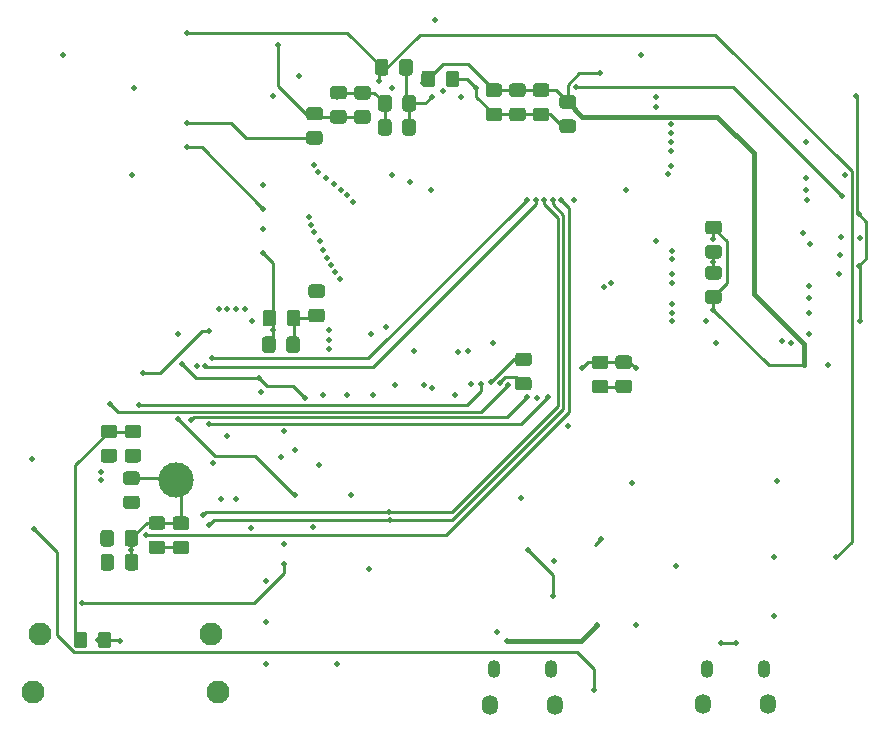
<source format=gbr>
%TF.GenerationSoftware,KiCad,Pcbnew,(5.1.6)-1*%
%TF.CreationDate,2020-12-19T20:46:54-03:30*%
%TF.ProjectId,graphics-card-rev-2,67726170-6869-4637-932d-636172642d72,rev?*%
%TF.SameCoordinates,Original*%
%TF.FileFunction,Copper,L4,Bot*%
%TF.FilePolarity,Positive*%
%FSLAX46Y46*%
G04 Gerber Fmt 4.6, Leading zero omitted, Abs format (unit mm)*
G04 Created by KiCad (PCBNEW (5.1.6)-1) date 2020-12-19 20:46:54*
%MOMM*%
%LPD*%
G01*
G04 APERTURE LIST*
%TA.AperFunction,ComponentPad*%
%ADD10O,1.350000X1.700000*%
%TD*%
%TA.AperFunction,ComponentPad*%
%ADD11O,1.100000X1.500000*%
%TD*%
%TA.AperFunction,ComponentPad*%
%ADD12C,1.950000*%
%TD*%
%TA.AperFunction,ViaPad*%
%ADD13C,0.500000*%
%TD*%
%TA.AperFunction,ViaPad*%
%ADD14C,3.000000*%
%TD*%
%TA.AperFunction,Conductor*%
%ADD15C,0.250000*%
%TD*%
%TA.AperFunction,Conductor*%
%ADD16C,0.400000*%
%TD*%
G04 APERTURE END LIST*
%TO.P,C5,1*%
%TO.N,+3V3*%
%TA.AperFunction,SMDPad,CuDef*%
G36*
G01*
X78925000Y-133450001D02*
X78925000Y-132549999D01*
G75*
G02*
X79174999Y-132300000I249999J0D01*
G01*
X79825001Y-132300000D01*
G75*
G02*
X80075000Y-132549999I0J-249999D01*
G01*
X80075000Y-133450001D01*
G75*
G02*
X79825001Y-133700000I-249999J0D01*
G01*
X79174999Y-133700000D01*
G75*
G02*
X78925000Y-133450001I0J249999D01*
G01*
G37*
%TD.AperFunction*%
%TO.P,C5,2*%
%TO.N,GND*%
%TA.AperFunction,SMDPad,CuDef*%
G36*
G01*
X80975000Y-133450001D02*
X80975000Y-132549999D01*
G75*
G02*
X81224999Y-132300000I249999J0D01*
G01*
X81875001Y-132300000D01*
G75*
G02*
X82125000Y-132549999I0J-249999D01*
G01*
X82125000Y-133450001D01*
G75*
G02*
X81875001Y-133700000I-249999J0D01*
G01*
X81224999Y-133700000D01*
G75*
G02*
X80975000Y-133450001I0J249999D01*
G01*
G37*
%TD.AperFunction*%
%TD*%
%TO.P,C6,2*%
%TO.N,GND*%
%TA.AperFunction,SMDPad,CuDef*%
G36*
G01*
X80925000Y-135700001D02*
X80925000Y-134799999D01*
G75*
G02*
X81174999Y-134550000I249999J0D01*
G01*
X81825001Y-134550000D01*
G75*
G02*
X82075000Y-134799999I0J-249999D01*
G01*
X82075000Y-135700001D01*
G75*
G02*
X81825001Y-135950000I-249999J0D01*
G01*
X81174999Y-135950000D01*
G75*
G02*
X80925000Y-135700001I0J249999D01*
G01*
G37*
%TD.AperFunction*%
%TO.P,C6,1*%
%TO.N,+3V3*%
%TA.AperFunction,SMDPad,CuDef*%
G36*
G01*
X78875000Y-135700001D02*
X78875000Y-134799999D01*
G75*
G02*
X79124999Y-134550000I249999J0D01*
G01*
X79775001Y-134550000D01*
G75*
G02*
X80025000Y-134799999I0J-249999D01*
G01*
X80025000Y-135700001D01*
G75*
G02*
X79775001Y-135950000I-249999J0D01*
G01*
X79124999Y-135950000D01*
G75*
G02*
X78875000Y-135700001I0J249999D01*
G01*
G37*
%TD.AperFunction*%
%TD*%
%TO.P,C7,1*%
%TO.N,+3V3*%
%TA.AperFunction,SMDPad,CuDef*%
G36*
G01*
X101450001Y-139125000D02*
X100549999Y-139125000D01*
G75*
G02*
X100300000Y-138875001I0J249999D01*
G01*
X100300000Y-138224999D01*
G75*
G02*
X100549999Y-137975000I249999J0D01*
G01*
X101450001Y-137975000D01*
G75*
G02*
X101700000Y-138224999I0J-249999D01*
G01*
X101700000Y-138875001D01*
G75*
G02*
X101450001Y-139125000I-249999J0D01*
G01*
G37*
%TD.AperFunction*%
%TO.P,C7,2*%
%TO.N,GND*%
%TA.AperFunction,SMDPad,CuDef*%
G36*
G01*
X101450001Y-137075000D02*
X100549999Y-137075000D01*
G75*
G02*
X100300000Y-136825001I0J249999D01*
G01*
X100300000Y-136174999D01*
G75*
G02*
X100549999Y-135925000I249999J0D01*
G01*
X101450001Y-135925000D01*
G75*
G02*
X101700000Y-136174999I0J-249999D01*
G01*
X101700000Y-136825001D01*
G75*
G02*
X101450001Y-137075000I-249999J0D01*
G01*
G37*
%TD.AperFunction*%
%TD*%
%TO.P,C12,1*%
%TO.N,+3V3*%
%TA.AperFunction,SMDPad,CuDef*%
G36*
G01*
X109049999Y-136150000D02*
X109950001Y-136150000D01*
G75*
G02*
X110200000Y-136399999I0J-249999D01*
G01*
X110200000Y-137050001D01*
G75*
G02*
X109950001Y-137300000I-249999J0D01*
G01*
X109049999Y-137300000D01*
G75*
G02*
X108800000Y-137050001I0J249999D01*
G01*
X108800000Y-136399999D01*
G75*
G02*
X109049999Y-136150000I249999J0D01*
G01*
G37*
%TD.AperFunction*%
%TO.P,C12,2*%
%TO.N,GND*%
%TA.AperFunction,SMDPad,CuDef*%
G36*
G01*
X109049999Y-138200000D02*
X109950001Y-138200000D01*
G75*
G02*
X110200000Y-138449999I0J-249999D01*
G01*
X110200000Y-139100001D01*
G75*
G02*
X109950001Y-139350000I-249999J0D01*
G01*
X109049999Y-139350000D01*
G75*
G02*
X108800000Y-139100001I0J249999D01*
G01*
X108800000Y-138449999D01*
G75*
G02*
X109049999Y-138200000I249999J0D01*
G01*
G37*
%TD.AperFunction*%
%TD*%
%TO.P,C28,2*%
%TO.N,GND*%
%TA.AperFunction,SMDPad,CuDef*%
G36*
G01*
X107049999Y-138225000D02*
X107950001Y-138225000D01*
G75*
G02*
X108200000Y-138474999I0J-249999D01*
G01*
X108200000Y-139125001D01*
G75*
G02*
X107950001Y-139375000I-249999J0D01*
G01*
X107049999Y-139375000D01*
G75*
G02*
X106800000Y-139125001I0J249999D01*
G01*
X106800000Y-138474999D01*
G75*
G02*
X107049999Y-138225000I249999J0D01*
G01*
G37*
%TD.AperFunction*%
%TO.P,C28,1*%
%TO.N,+3V3*%
%TA.AperFunction,SMDPad,CuDef*%
G36*
G01*
X107049999Y-136175000D02*
X107950001Y-136175000D01*
G75*
G02*
X108200000Y-136424999I0J-249999D01*
G01*
X108200000Y-137075001D01*
G75*
G02*
X107950001Y-137325000I-249999J0D01*
G01*
X107049999Y-137325000D01*
G75*
G02*
X106800000Y-137075001I0J249999D01*
G01*
X106800000Y-136424999D01*
G75*
G02*
X107049999Y-136175000I249999J0D01*
G01*
G37*
%TD.AperFunction*%
%TD*%
%TO.P,C31,1*%
%TO.N,+3V3*%
%TA.AperFunction,SMDPad,CuDef*%
G36*
G01*
X104299999Y-114125000D02*
X105200001Y-114125000D01*
G75*
G02*
X105450000Y-114374999I0J-249999D01*
G01*
X105450000Y-115025001D01*
G75*
G02*
X105200001Y-115275000I-249999J0D01*
G01*
X104299999Y-115275000D01*
G75*
G02*
X104050000Y-115025001I0J249999D01*
G01*
X104050000Y-114374999D01*
G75*
G02*
X104299999Y-114125000I249999J0D01*
G01*
G37*
%TD.AperFunction*%
%TO.P,C31,2*%
%TO.N,GND*%
%TA.AperFunction,SMDPad,CuDef*%
G36*
G01*
X104299999Y-116175000D02*
X105200001Y-116175000D01*
G75*
G02*
X105450000Y-116424999I0J-249999D01*
G01*
X105450000Y-117075001D01*
G75*
G02*
X105200001Y-117325000I-249999J0D01*
G01*
X104299999Y-117325000D01*
G75*
G02*
X104050000Y-117075001I0J249999D01*
G01*
X104050000Y-116424999D01*
G75*
G02*
X104299999Y-116175000I249999J0D01*
G01*
G37*
%TD.AperFunction*%
%TD*%
%TO.P,C34,1*%
%TO.N,+3V3*%
%TA.AperFunction,SMDPad,CuDef*%
G36*
G01*
X102049999Y-113125000D02*
X102950001Y-113125000D01*
G75*
G02*
X103200000Y-113374999I0J-249999D01*
G01*
X103200000Y-114025001D01*
G75*
G02*
X102950001Y-114275000I-249999J0D01*
G01*
X102049999Y-114275000D01*
G75*
G02*
X101800000Y-114025001I0J249999D01*
G01*
X101800000Y-113374999D01*
G75*
G02*
X102049999Y-113125000I249999J0D01*
G01*
G37*
%TD.AperFunction*%
%TO.P,C34,2*%
%TO.N,GND*%
%TA.AperFunction,SMDPad,CuDef*%
G36*
G01*
X102049999Y-115175000D02*
X102950001Y-115175000D01*
G75*
G02*
X103200000Y-115424999I0J-249999D01*
G01*
X103200000Y-116075001D01*
G75*
G02*
X102950001Y-116325000I-249999J0D01*
G01*
X102049999Y-116325000D01*
G75*
G02*
X101800000Y-116075001I0J249999D01*
G01*
X101800000Y-115424999D01*
G75*
G02*
X102049999Y-115175000I249999J0D01*
G01*
G37*
%TD.AperFunction*%
%TD*%
%TO.P,C35,1*%
%TO.N,+3V3*%
%TA.AperFunction,SMDPad,CuDef*%
G36*
G01*
X100049999Y-113125000D02*
X100950001Y-113125000D01*
G75*
G02*
X101200000Y-113374999I0J-249999D01*
G01*
X101200000Y-114025001D01*
G75*
G02*
X100950001Y-114275000I-249999J0D01*
G01*
X100049999Y-114275000D01*
G75*
G02*
X99800000Y-114025001I0J249999D01*
G01*
X99800000Y-113374999D01*
G75*
G02*
X100049999Y-113125000I249999J0D01*
G01*
G37*
%TD.AperFunction*%
%TO.P,C35,2*%
%TO.N,GND*%
%TA.AperFunction,SMDPad,CuDef*%
G36*
G01*
X100049999Y-115175000D02*
X100950001Y-115175000D01*
G75*
G02*
X101200000Y-115424999I0J-249999D01*
G01*
X101200000Y-116075001D01*
G75*
G02*
X100950001Y-116325000I-249999J0D01*
G01*
X100049999Y-116325000D01*
G75*
G02*
X99800000Y-116075001I0J249999D01*
G01*
X99800000Y-115424999D01*
G75*
G02*
X100049999Y-115175000I249999J0D01*
G01*
G37*
%TD.AperFunction*%
%TD*%
%TO.P,C36,1*%
%TO.N,+3V3*%
%TA.AperFunction,SMDPad,CuDef*%
G36*
G01*
X98049999Y-113125000D02*
X98950001Y-113125000D01*
G75*
G02*
X99200000Y-113374999I0J-249999D01*
G01*
X99200000Y-114025001D01*
G75*
G02*
X98950001Y-114275000I-249999J0D01*
G01*
X98049999Y-114275000D01*
G75*
G02*
X97800000Y-114025001I0J249999D01*
G01*
X97800000Y-113374999D01*
G75*
G02*
X98049999Y-113125000I249999J0D01*
G01*
G37*
%TD.AperFunction*%
%TO.P,C36,2*%
%TO.N,GND*%
%TA.AperFunction,SMDPad,CuDef*%
G36*
G01*
X98049999Y-115175000D02*
X98950001Y-115175000D01*
G75*
G02*
X99200000Y-115424999I0J-249999D01*
G01*
X99200000Y-116075001D01*
G75*
G02*
X98950001Y-116325000I-249999J0D01*
G01*
X98049999Y-116325000D01*
G75*
G02*
X97800000Y-116075001I0J249999D01*
G01*
X97800000Y-115424999D01*
G75*
G02*
X98049999Y-115175000I249999J0D01*
G01*
G37*
%TD.AperFunction*%
%TD*%
%TO.P,C37,2*%
%TO.N,GND*%
%TA.AperFunction,SMDPad,CuDef*%
G36*
G01*
X94425000Y-113200001D02*
X94425000Y-112299999D01*
G75*
G02*
X94674999Y-112050000I249999J0D01*
G01*
X95325001Y-112050000D01*
G75*
G02*
X95575000Y-112299999I0J-249999D01*
G01*
X95575000Y-113200001D01*
G75*
G02*
X95325001Y-113450000I-249999J0D01*
G01*
X94674999Y-113450000D01*
G75*
G02*
X94425000Y-113200001I0J249999D01*
G01*
G37*
%TD.AperFunction*%
%TO.P,C37,1*%
%TO.N,+3V3*%
%TA.AperFunction,SMDPad,CuDef*%
G36*
G01*
X92375000Y-113200001D02*
X92375000Y-112299999D01*
G75*
G02*
X92624999Y-112050000I249999J0D01*
G01*
X93275001Y-112050000D01*
G75*
G02*
X93525000Y-112299999I0J-249999D01*
G01*
X93525000Y-113200001D01*
G75*
G02*
X93275001Y-113450000I-249999J0D01*
G01*
X92624999Y-113450000D01*
G75*
G02*
X92375000Y-113200001I0J249999D01*
G01*
G37*
%TD.AperFunction*%
%TD*%
%TO.P,C48,2*%
%TO.N,GND*%
%TA.AperFunction,SMDPad,CuDef*%
G36*
G01*
X90747000Y-117290001D02*
X90747000Y-116389999D01*
G75*
G02*
X90996999Y-116140000I249999J0D01*
G01*
X91647001Y-116140000D01*
G75*
G02*
X91897000Y-116389999I0J-249999D01*
G01*
X91897000Y-117290001D01*
G75*
G02*
X91647001Y-117540000I-249999J0D01*
G01*
X90996999Y-117540000D01*
G75*
G02*
X90747000Y-117290001I0J249999D01*
G01*
G37*
%TD.AperFunction*%
%TO.P,C48,1*%
%TO.N,+3V3*%
%TA.AperFunction,SMDPad,CuDef*%
G36*
G01*
X88697000Y-117290001D02*
X88697000Y-116389999D01*
G75*
G02*
X88946999Y-116140000I249999J0D01*
G01*
X89597001Y-116140000D01*
G75*
G02*
X89847000Y-116389999I0J-249999D01*
G01*
X89847000Y-117290001D01*
G75*
G02*
X89597001Y-117540000I-249999J0D01*
G01*
X88946999Y-117540000D01*
G75*
G02*
X88697000Y-117290001I0J249999D01*
G01*
G37*
%TD.AperFunction*%
%TD*%
%TO.P,C49,1*%
%TO.N,+3V3*%
%TA.AperFunction,SMDPad,CuDef*%
G36*
G01*
X86925999Y-113344000D02*
X87826001Y-113344000D01*
G75*
G02*
X88076000Y-113593999I0J-249999D01*
G01*
X88076000Y-114244001D01*
G75*
G02*
X87826001Y-114494000I-249999J0D01*
G01*
X86925999Y-114494000D01*
G75*
G02*
X86676000Y-114244001I0J249999D01*
G01*
X86676000Y-113593999D01*
G75*
G02*
X86925999Y-113344000I249999J0D01*
G01*
G37*
%TD.AperFunction*%
%TO.P,C49,2*%
%TO.N,GND*%
%TA.AperFunction,SMDPad,CuDef*%
G36*
G01*
X86925999Y-115394000D02*
X87826001Y-115394000D01*
G75*
G02*
X88076000Y-115643999I0J-249999D01*
G01*
X88076000Y-116294001D01*
G75*
G02*
X87826001Y-116544000I-249999J0D01*
G01*
X86925999Y-116544000D01*
G75*
G02*
X86676000Y-116294001I0J249999D01*
G01*
X86676000Y-115643999D01*
G75*
G02*
X86925999Y-115394000I249999J0D01*
G01*
G37*
%TD.AperFunction*%
%TD*%
%TO.P,C50,2*%
%TO.N,GND*%
%TA.AperFunction,SMDPad,CuDef*%
G36*
G01*
X90756000Y-115258001D02*
X90756000Y-114357999D01*
G75*
G02*
X91005999Y-114108000I249999J0D01*
G01*
X91656001Y-114108000D01*
G75*
G02*
X91906000Y-114357999I0J-249999D01*
G01*
X91906000Y-115258001D01*
G75*
G02*
X91656001Y-115508000I-249999J0D01*
G01*
X91005999Y-115508000D01*
G75*
G02*
X90756000Y-115258001I0J249999D01*
G01*
G37*
%TD.AperFunction*%
%TO.P,C50,1*%
%TO.N,+3V3*%
%TA.AperFunction,SMDPad,CuDef*%
G36*
G01*
X88706000Y-115258001D02*
X88706000Y-114357999D01*
G75*
G02*
X88955999Y-114108000I249999J0D01*
G01*
X89606001Y-114108000D01*
G75*
G02*
X89856000Y-114357999I0J-249999D01*
G01*
X89856000Y-115258001D01*
G75*
G02*
X89606001Y-115508000I-249999J0D01*
G01*
X88955999Y-115508000D01*
G75*
G02*
X88706000Y-115258001I0J249999D01*
G01*
G37*
%TD.AperFunction*%
%TD*%
%TO.P,C51,1*%
%TO.N,+3V3*%
%TA.AperFunction,SMDPad,CuDef*%
G36*
G01*
X84893999Y-113335000D02*
X85794001Y-113335000D01*
G75*
G02*
X86044000Y-113584999I0J-249999D01*
G01*
X86044000Y-114235001D01*
G75*
G02*
X85794001Y-114485000I-249999J0D01*
G01*
X84893999Y-114485000D01*
G75*
G02*
X84644000Y-114235001I0J249999D01*
G01*
X84644000Y-113584999D01*
G75*
G02*
X84893999Y-113335000I249999J0D01*
G01*
G37*
%TD.AperFunction*%
%TO.P,C51,2*%
%TO.N,GND*%
%TA.AperFunction,SMDPad,CuDef*%
G36*
G01*
X84893999Y-115385000D02*
X85794001Y-115385000D01*
G75*
G02*
X86044000Y-115634999I0J-249999D01*
G01*
X86044000Y-116285001D01*
G75*
G02*
X85794001Y-116535000I-249999J0D01*
G01*
X84893999Y-116535000D01*
G75*
G02*
X84644000Y-116285001I0J249999D01*
G01*
X84644000Y-115634999D01*
G75*
G02*
X84893999Y-115385000I249999J0D01*
G01*
G37*
%TD.AperFunction*%
%TD*%
%TO.P,C52,1*%
%TO.N,Net-(C52-Pad1)*%
%TA.AperFunction,SMDPad,CuDef*%
G36*
G01*
X83049999Y-130150000D02*
X83950001Y-130150000D01*
G75*
G02*
X84200000Y-130399999I0J-249999D01*
G01*
X84200000Y-131050001D01*
G75*
G02*
X83950001Y-131300000I-249999J0D01*
G01*
X83049999Y-131300000D01*
G75*
G02*
X82800000Y-131050001I0J249999D01*
G01*
X82800000Y-130399999D01*
G75*
G02*
X83049999Y-130150000I249999J0D01*
G01*
G37*
%TD.AperFunction*%
%TO.P,C52,2*%
%TO.N,GND*%
%TA.AperFunction,SMDPad,CuDef*%
G36*
G01*
X83049999Y-132200000D02*
X83950001Y-132200000D01*
G75*
G02*
X84200000Y-132449999I0J-249999D01*
G01*
X84200000Y-133100001D01*
G75*
G02*
X83950001Y-133350000I-249999J0D01*
G01*
X83049999Y-133350000D01*
G75*
G02*
X82800000Y-133100001I0J249999D01*
G01*
X82800000Y-132449999D01*
G75*
G02*
X83049999Y-132200000I249999J0D01*
G01*
G37*
%TD.AperFunction*%
%TD*%
%TO.P,C17,1*%
%TO.N,+3V3*%
%TA.AperFunction,SMDPad,CuDef*%
G36*
G01*
X116643999Y-124756000D02*
X117544001Y-124756000D01*
G75*
G02*
X117794000Y-125005999I0J-249999D01*
G01*
X117794000Y-125656001D01*
G75*
G02*
X117544001Y-125906000I-249999J0D01*
G01*
X116643999Y-125906000D01*
G75*
G02*
X116394000Y-125656001I0J249999D01*
G01*
X116394000Y-125005999D01*
G75*
G02*
X116643999Y-124756000I249999J0D01*
G01*
G37*
%TD.AperFunction*%
%TO.P,C17,2*%
%TO.N,GND*%
%TA.AperFunction,SMDPad,CuDef*%
G36*
G01*
X116643999Y-126806000D02*
X117544001Y-126806000D01*
G75*
G02*
X117794000Y-127055999I0J-249999D01*
G01*
X117794000Y-127706001D01*
G75*
G02*
X117544001Y-127956000I-249999J0D01*
G01*
X116643999Y-127956000D01*
G75*
G02*
X116394000Y-127706001I0J249999D01*
G01*
X116394000Y-127055999D01*
G75*
G02*
X116643999Y-126806000I249999J0D01*
G01*
G37*
%TD.AperFunction*%
%TD*%
%TO.P,C20,2*%
%TO.N,GND*%
%TA.AperFunction,SMDPad,CuDef*%
G36*
G01*
X117544001Y-129734000D02*
X116643999Y-129734000D01*
G75*
G02*
X116394000Y-129484001I0J249999D01*
G01*
X116394000Y-128833999D01*
G75*
G02*
X116643999Y-128584000I249999J0D01*
G01*
X117544001Y-128584000D01*
G75*
G02*
X117794000Y-128833999I0J-249999D01*
G01*
X117794000Y-129484001D01*
G75*
G02*
X117544001Y-129734000I-249999J0D01*
G01*
G37*
%TD.AperFunction*%
%TO.P,C20,1*%
%TO.N,+3V3*%
%TA.AperFunction,SMDPad,CuDef*%
G36*
G01*
X117544001Y-131784000D02*
X116643999Y-131784000D01*
G75*
G02*
X116394000Y-131534001I0J249999D01*
G01*
X116394000Y-130883999D01*
G75*
G02*
X116643999Y-130634000I249999J0D01*
G01*
X117544001Y-130634000D01*
G75*
G02*
X117794000Y-130883999I0J-249999D01*
G01*
X117794000Y-131534001D01*
G75*
G02*
X117544001Y-131784000I-249999J0D01*
G01*
G37*
%TD.AperFunction*%
%TD*%
%TO.P,C46,2*%
%TO.N,GND*%
%TA.AperFunction,SMDPad,CuDef*%
G36*
G01*
X70427001Y-150934000D02*
X69526999Y-150934000D01*
G75*
G02*
X69277000Y-150684001I0J249999D01*
G01*
X69277000Y-150033999D01*
G75*
G02*
X69526999Y-149784000I249999J0D01*
G01*
X70427001Y-149784000D01*
G75*
G02*
X70677000Y-150033999I0J-249999D01*
G01*
X70677000Y-150684001D01*
G75*
G02*
X70427001Y-150934000I-249999J0D01*
G01*
G37*
%TD.AperFunction*%
%TO.P,C46,1*%
%TO.N,/AVCC_SII*%
%TA.AperFunction,SMDPad,CuDef*%
G36*
G01*
X70427001Y-152984000D02*
X69526999Y-152984000D01*
G75*
G02*
X69277000Y-152734001I0J249999D01*
G01*
X69277000Y-152083999D01*
G75*
G02*
X69526999Y-151834000I249999J0D01*
G01*
X70427001Y-151834000D01*
G75*
G02*
X70677000Y-152083999I0J-249999D01*
G01*
X70677000Y-152734001D01*
G75*
G02*
X70427001Y-152984000I-249999J0D01*
G01*
G37*
%TD.AperFunction*%
%TD*%
%TO.P,C47,1*%
%TO.N,/AVCC_SII*%
%TA.AperFunction,SMDPad,CuDef*%
G36*
G01*
X72459001Y-152993000D02*
X71558999Y-152993000D01*
G75*
G02*
X71309000Y-152743001I0J249999D01*
G01*
X71309000Y-152092999D01*
G75*
G02*
X71558999Y-151843000I249999J0D01*
G01*
X72459001Y-151843000D01*
G75*
G02*
X72709000Y-152092999I0J-249999D01*
G01*
X72709000Y-152743001D01*
G75*
G02*
X72459001Y-152993000I-249999J0D01*
G01*
G37*
%TD.AperFunction*%
%TO.P,C47,2*%
%TO.N,GND*%
%TA.AperFunction,SMDPad,CuDef*%
G36*
G01*
X72459001Y-150943000D02*
X71558999Y-150943000D01*
G75*
G02*
X71309000Y-150693001I0J249999D01*
G01*
X71309000Y-150042999D01*
G75*
G02*
X71558999Y-149793000I249999J0D01*
G01*
X72459001Y-149793000D01*
G75*
G02*
X72709000Y-150042999I0J-249999D01*
G01*
X72709000Y-150693001D01*
G75*
G02*
X72459001Y-150943000I-249999J0D01*
G01*
G37*
%TD.AperFunction*%
%TD*%
%TO.P,C55,1*%
%TO.N,+5V*%
%TA.AperFunction,SMDPad,CuDef*%
G36*
G01*
X62925000Y-160700001D02*
X62925000Y-159799999D01*
G75*
G02*
X63174999Y-159550000I249999J0D01*
G01*
X63825001Y-159550000D01*
G75*
G02*
X64075000Y-159799999I0J-249999D01*
G01*
X64075000Y-160700001D01*
G75*
G02*
X63825001Y-160950000I-249999J0D01*
G01*
X63174999Y-160950000D01*
G75*
G02*
X62925000Y-160700001I0J249999D01*
G01*
G37*
%TD.AperFunction*%
%TO.P,C55,2*%
%TO.N,GND*%
%TA.AperFunction,SMDPad,CuDef*%
G36*
G01*
X64975000Y-160700001D02*
X64975000Y-159799999D01*
G75*
G02*
X65224999Y-159550000I249999J0D01*
G01*
X65875001Y-159550000D01*
G75*
G02*
X66125000Y-159799999I0J-249999D01*
G01*
X66125000Y-160700001D01*
G75*
G02*
X65875001Y-160950000I-249999J0D01*
G01*
X65224999Y-160950000D01*
G75*
G02*
X64975000Y-160700001I0J249999D01*
G01*
G37*
%TD.AperFunction*%
%TD*%
%TO.P,C66,1*%
%TO.N,/~RESET*%
%TA.AperFunction,SMDPad,CuDef*%
G36*
G01*
X65193000Y-152088001D02*
X65193000Y-151187999D01*
G75*
G02*
X65442999Y-150938000I249999J0D01*
G01*
X66093001Y-150938000D01*
G75*
G02*
X66343000Y-151187999I0J-249999D01*
G01*
X66343000Y-152088001D01*
G75*
G02*
X66093001Y-152338000I-249999J0D01*
G01*
X65442999Y-152338000D01*
G75*
G02*
X65193000Y-152088001I0J249999D01*
G01*
G37*
%TD.AperFunction*%
%TO.P,C66,2*%
%TO.N,GND*%
%TA.AperFunction,SMDPad,CuDef*%
G36*
G01*
X67243000Y-152088001D02*
X67243000Y-151187999D01*
G75*
G02*
X67492999Y-150938000I249999J0D01*
G01*
X68143001Y-150938000D01*
G75*
G02*
X68393000Y-151187999I0J-249999D01*
G01*
X68393000Y-152088001D01*
G75*
G02*
X68143001Y-152338000I-249999J0D01*
G01*
X67492999Y-152338000D01*
G75*
G02*
X67243000Y-152088001I0J249999D01*
G01*
G37*
%TD.AperFunction*%
%TD*%
%TO.P,C67,1*%
%TO.N,/~RESET*%
%TA.AperFunction,SMDPad,CuDef*%
G36*
G01*
X88434000Y-112210001D02*
X88434000Y-111309999D01*
G75*
G02*
X88683999Y-111060000I249999J0D01*
G01*
X89334001Y-111060000D01*
G75*
G02*
X89584000Y-111309999I0J-249999D01*
G01*
X89584000Y-112210001D01*
G75*
G02*
X89334001Y-112460000I-249999J0D01*
G01*
X88683999Y-112460000D01*
G75*
G02*
X88434000Y-112210001I0J249999D01*
G01*
G37*
%TD.AperFunction*%
%TO.P,C67,2*%
%TO.N,GND*%
%TA.AperFunction,SMDPad,CuDef*%
G36*
G01*
X90484000Y-112210001D02*
X90484000Y-111309999D01*
G75*
G02*
X90733999Y-111060000I249999J0D01*
G01*
X91384001Y-111060000D01*
G75*
G02*
X91634000Y-111309999I0J-249999D01*
G01*
X91634000Y-112210001D01*
G75*
G02*
X91384001Y-112460000I-249999J0D01*
G01*
X90733999Y-112460000D01*
G75*
G02*
X90484000Y-112210001I0J249999D01*
G01*
G37*
%TD.AperFunction*%
%TD*%
%TO.P,C64,2*%
%TO.N,GND*%
%TA.AperFunction,SMDPad,CuDef*%
G36*
G01*
X83762001Y-116263000D02*
X82861999Y-116263000D01*
G75*
G02*
X82612000Y-116013001I0J249999D01*
G01*
X82612000Y-115362999D01*
G75*
G02*
X82861999Y-115113000I249999J0D01*
G01*
X83762001Y-115113000D01*
G75*
G02*
X84012000Y-115362999I0J-249999D01*
G01*
X84012000Y-116013001D01*
G75*
G02*
X83762001Y-116263000I-249999J0D01*
G01*
G37*
%TD.AperFunction*%
%TO.P,C64,1*%
%TO.N,/~USR_BTN*%
%TA.AperFunction,SMDPad,CuDef*%
G36*
G01*
X83762001Y-118313000D02*
X82861999Y-118313000D01*
G75*
G02*
X82612000Y-118063001I0J249999D01*
G01*
X82612000Y-117412999D01*
G75*
G02*
X82861999Y-117163000I249999J0D01*
G01*
X83762001Y-117163000D01*
G75*
G02*
X84012000Y-117412999I0J-249999D01*
G01*
X84012000Y-118063001D01*
G75*
G02*
X83762001Y-118313000I-249999J0D01*
G01*
G37*
%TD.AperFunction*%
%TD*%
D10*
%TO.P,J1,6*%
%TO.N,GND*%
X103670000Y-165715000D03*
X98210000Y-165715000D03*
D11*
X103360000Y-162715000D03*
X98520000Y-162715000D03*
%TD*%
%TO.P,J2,6*%
%TO.N,GND*%
X116555000Y-162707000D03*
X121395000Y-162707000D03*
D10*
X116245000Y-165707000D03*
X121705000Y-165707000D03*
%TD*%
D12*
%TO.P,J3,SH*%
%TO.N,GND*%
X60060000Y-159766000D03*
X74560000Y-159766000D03*
X59460000Y-164666000D03*
X75160000Y-164666000D03*
%TD*%
%TO.P,R6,1*%
%TO.N,Net-(R6-Pad1)*%
%TA.AperFunction,SMDPad,CuDef*%
G36*
G01*
X68268001Y-149174000D02*
X67367999Y-149174000D01*
G75*
G02*
X67118000Y-148924001I0J249999D01*
G01*
X67118000Y-148273999D01*
G75*
G02*
X67367999Y-148024000I249999J0D01*
G01*
X68268001Y-148024000D01*
G75*
G02*
X68518000Y-148273999I0J-249999D01*
G01*
X68518000Y-148924001D01*
G75*
G02*
X68268001Y-149174000I-249999J0D01*
G01*
G37*
%TD.AperFunction*%
%TO.P,R6,2*%
%TO.N,GND*%
%TA.AperFunction,SMDPad,CuDef*%
G36*
G01*
X68268001Y-147124000D02*
X67367999Y-147124000D01*
G75*
G02*
X67118000Y-146874001I0J249999D01*
G01*
X67118000Y-146223999D01*
G75*
G02*
X67367999Y-145974000I249999J0D01*
G01*
X68268001Y-145974000D01*
G75*
G02*
X68518000Y-146223999I0J-249999D01*
G01*
X68518000Y-146874001D01*
G75*
G02*
X68268001Y-147124000I-249999J0D01*
G01*
G37*
%TD.AperFunction*%
%TD*%
%TO.P,R8,1*%
%TO.N,+5V*%
%TA.AperFunction,SMDPad,CuDef*%
G36*
G01*
X65462999Y-142028000D02*
X66363001Y-142028000D01*
G75*
G02*
X66613000Y-142277999I0J-249999D01*
G01*
X66613000Y-142928001D01*
G75*
G02*
X66363001Y-143178000I-249999J0D01*
G01*
X65462999Y-143178000D01*
G75*
G02*
X65213000Y-142928001I0J249999D01*
G01*
X65213000Y-142277999D01*
G75*
G02*
X65462999Y-142028000I249999J0D01*
G01*
G37*
%TD.AperFunction*%
%TO.P,R8,2*%
%TO.N,/DSDA*%
%TA.AperFunction,SMDPad,CuDef*%
G36*
G01*
X65462999Y-144078000D02*
X66363001Y-144078000D01*
G75*
G02*
X66613000Y-144327999I0J-249999D01*
G01*
X66613000Y-144978001D01*
G75*
G02*
X66363001Y-145228000I-249999J0D01*
G01*
X65462999Y-145228000D01*
G75*
G02*
X65213000Y-144978001I0J249999D01*
G01*
X65213000Y-144327999D01*
G75*
G02*
X65462999Y-144078000I249999J0D01*
G01*
G37*
%TD.AperFunction*%
%TD*%
%TO.P,R9,2*%
%TO.N,/DSCL*%
%TA.AperFunction,SMDPad,CuDef*%
G36*
G01*
X67494999Y-144078000D02*
X68395001Y-144078000D01*
G75*
G02*
X68645000Y-144327999I0J-249999D01*
G01*
X68645000Y-144978001D01*
G75*
G02*
X68395001Y-145228000I-249999J0D01*
G01*
X67494999Y-145228000D01*
G75*
G02*
X67245000Y-144978001I0J249999D01*
G01*
X67245000Y-144327999D01*
G75*
G02*
X67494999Y-144078000I249999J0D01*
G01*
G37*
%TD.AperFunction*%
%TO.P,R9,1*%
%TO.N,+5V*%
%TA.AperFunction,SMDPad,CuDef*%
G36*
G01*
X67494999Y-142028000D02*
X68395001Y-142028000D01*
G75*
G02*
X68645000Y-142277999I0J-249999D01*
G01*
X68645000Y-142928001D01*
G75*
G02*
X68395001Y-143178000I-249999J0D01*
G01*
X67494999Y-143178000D01*
G75*
G02*
X67245000Y-142928001I0J249999D01*
G01*
X67245000Y-142277999D01*
G75*
G02*
X67494999Y-142028000I249999J0D01*
G01*
G37*
%TD.AperFunction*%
%TD*%
%TO.P,R18,2*%
%TO.N,GND*%
%TA.AperFunction,SMDPad,CuDef*%
G36*
G01*
X67252000Y-154120001D02*
X67252000Y-153219999D01*
G75*
G02*
X67501999Y-152970000I249999J0D01*
G01*
X68152001Y-152970000D01*
G75*
G02*
X68402000Y-153219999I0J-249999D01*
G01*
X68402000Y-154120001D01*
G75*
G02*
X68152001Y-154370000I-249999J0D01*
G01*
X67501999Y-154370000D01*
G75*
G02*
X67252000Y-154120001I0J249999D01*
G01*
G37*
%TD.AperFunction*%
%TO.P,R18,1*%
%TO.N,Net-(R18-Pad1)*%
%TA.AperFunction,SMDPad,CuDef*%
G36*
G01*
X65202000Y-154120001D02*
X65202000Y-153219999D01*
G75*
G02*
X65451999Y-152970000I249999J0D01*
G01*
X66102001Y-152970000D01*
G75*
G02*
X66352000Y-153219999I0J-249999D01*
G01*
X66352000Y-154120001D01*
G75*
G02*
X66102001Y-154370000I-249999J0D01*
G01*
X65451999Y-154370000D01*
G75*
G02*
X65202000Y-154120001I0J249999D01*
G01*
G37*
%TD.AperFunction*%
%TD*%
D13*
%TO.N,GND*%
X117094000Y-128270000D03*
D14*
X71628000Y-146685000D03*
D13*
X67818000Y-152654000D03*
X80264000Y-109873000D03*
X83566000Y-132851000D03*
X107500000Y-139000000D03*
X64973914Y-160223914D03*
X66875000Y-160375000D03*
X110500000Y-159000000D03*
X85250000Y-162250000D03*
X87950000Y-154250000D03*
X79250000Y-158750000D03*
X59436000Y-144916000D03*
X97000000Y-113500000D03*
X111000000Y-110750000D03*
X105250000Y-123000000D03*
X125250000Y-126750000D03*
X129480000Y-126253000D03*
X101400000Y-152600000D03*
X107600000Y-151700000D03*
X103525000Y-156500000D03*
X78045000Y-133250000D03*
X68000000Y-113500000D03*
X67900000Y-120900000D03*
X122500000Y-146750000D03*
X122250000Y-158250000D03*
X122250000Y-153250000D03*
X86050000Y-139500000D03*
X93500000Y-107750000D03*
X93250000Y-114250000D03*
X78750000Y-139250000D03*
X71755000Y-134348000D03*
X91750000Y-135750000D03*
X79000000Y-125475000D03*
X79000000Y-121720702D03*
X116500000Y-133250000D03*
X83312000Y-115688000D03*
X126800000Y-137000000D03*
X83693000Y-145415000D03*
X98230000Y-138430000D03*
X104750000Y-142100000D03*
%TO.N,+3V3*%
X117094000Y-132334000D03*
X117094000Y-126305000D03*
X106000000Y-137250000D03*
X101000000Y-138550000D03*
X79823000Y-134000000D03*
X85250000Y-114250000D03*
X92500000Y-113109497D03*
X107500000Y-112275000D03*
X100500000Y-113700000D03*
X102500000Y-113700000D03*
X98500000Y-113700000D03*
X89281000Y-114808000D03*
X79000000Y-123750000D03*
X72500000Y-118550000D03*
X100823000Y-148242000D03*
X88250000Y-139500000D03*
X84000000Y-139500000D03*
X79000000Y-127525000D03*
X95250000Y-139500000D03*
X113900000Y-154000000D03*
X110500000Y-137250000D03*
X124750000Y-137000000D03*
X129500000Y-133250000D03*
X129420001Y-128549588D03*
X129420001Y-124224000D03*
X129159000Y-114164000D03*
X107000000Y-164500000D03*
X59563000Y-150858000D03*
X86374978Y-148000000D03*
X99029990Y-138531590D03*
%TO.N,/USB_VIN*%
X99640000Y-160360000D03*
X107225000Y-159000000D03*
%TO.N,+1V2*%
X110200000Y-147000000D03*
X98800000Y-159600000D03*
%TO.N,/CVCC12_SII*%
X68834000Y-137668000D03*
X74422000Y-134112000D03*
X79250000Y-155250000D03*
X65281587Y-146718413D03*
X71750000Y-141533978D03*
X81700000Y-148000000D03*
%TO.N,/IOVCC_SII*%
X82500000Y-139750000D03*
X78620001Y-138030499D03*
X72103010Y-136853010D03*
X65250000Y-146000000D03*
X74750000Y-145250000D03*
%TO.N,/AVCC_SII*%
X69977000Y-152409000D03*
X79250000Y-162275000D03*
%TO.N,+5V*%
X63500000Y-160250000D03*
X103600000Y-153600000D03*
%TO.N,/~RESET*%
X88805000Y-112963000D03*
X65687039Y-151790150D03*
X72500000Y-108859000D03*
X127500000Y-153250000D03*
X62000000Y-110750000D03*
%TO.N,/USB_D+*%
X117750000Y-160500000D03*
X118975010Y-160524990D03*
%TO.N,/CSDA*%
X102739994Y-123003010D03*
X73914000Y-149635012D03*
X89589413Y-149389413D03*
%TO.N,/CSCL*%
X103485379Y-122992191D03*
X74422000Y-150494992D03*
X89681999Y-150110000D03*
%TO.N,/DSDA*%
X65913000Y-144653000D03*
%TO.N,/DSCL*%
X67945000Y-144653000D03*
%TO.N,/HSYNC*%
X66000000Y-140250000D03*
X99730000Y-138670004D03*
%TO.N,/IDCK*%
X68500000Y-140335000D03*
X97400000Y-138600000D03*
%TO.N,/DE*%
X82042000Y-112522000D03*
X89916000Y-113538000D03*
%TO.N,/B_CB_7*%
X101283895Y-123000000D03*
X74676000Y-136398000D03*
%TO.N,/B_CB_6*%
X102039991Y-123003010D03*
X74059411Y-137092990D03*
%TO.N,/B_CB_5*%
X79845999Y-114210001D03*
X73359398Y-137092990D03*
%TO.N,/B_CB_4*%
X103124000Y-139700016D03*
X74422000Y-141986000D03*
%TO.N,/B_CB_3*%
X72898000Y-141588213D03*
X101346000Y-139700000D03*
%TO.N,/HPD*%
X63627000Y-157099000D03*
X80772000Y-153797000D03*
%TO.N,/R_CR_7*%
X80772000Y-152146000D03*
X96604501Y-138604495D03*
%TO.N,/R_CR_6*%
X77978000Y-150809000D03*
X77399994Y-132200000D03*
%TO.N,/R_CR_5*%
X102133587Y-139725587D03*
X83224990Y-150685000D03*
%TO.N,/R_CR_4*%
X75438000Y-148336000D03*
X75200339Y-132222633D03*
%TO.N,/R_CR_3*%
X76707997Y-148336003D03*
X76699987Y-132199993D03*
%TO.N,/G_Y_7*%
X93285702Y-138938000D03*
X80518000Y-144780000D03*
%TO.N,/G_Y_6*%
X92583000Y-138684000D03*
X81661000Y-144144996D03*
%TO.N,/G_Y_3*%
X90170000Y-138684000D03*
X80751911Y-142589901D03*
%TO.N,/G_Y_2*%
X75946000Y-143002000D03*
X75900350Y-132222505D03*
%TO.N,/RAM_A4*%
X112268000Y-114299990D03*
X95750000Y-114250000D03*
%TO.N,/RAM_A5*%
X112242408Y-115087596D03*
X94234000Y-113792000D03*
%TO.N,/~RAM_CS*%
X124968000Y-121158000D03*
X91406500Y-121445500D03*
%TO.N,/RAM_CKE*%
X113284000Y-120836990D03*
X89916000Y-120904000D03*
%TO.N,/~RAM_WE*%
X124992017Y-122963170D03*
X93218005Y-122173995D03*
%TO.N,/~RAM_RAS*%
X83252802Y-120053823D03*
X128224979Y-120904000D03*
%TO.N,/RAM_A6*%
X113538000Y-116586000D03*
X83642977Y-120635000D03*
%TO.N,/RAM_A7*%
X113538000Y-117348000D03*
X84263946Y-121135000D03*
%TO.N,/RAM_A8*%
X113538000Y-118110000D03*
X84963949Y-121635000D03*
%TO.N,/RAM_A9*%
X113538000Y-118872000D03*
X85603468Y-122127673D03*
%TO.N,/RAM_A10*%
X124968000Y-118110000D03*
X86106000Y-122614990D03*
%TO.N,/RAM_D4*%
X82835750Y-124423187D03*
X127762008Y-129286000D03*
%TO.N,/RAM_D5*%
X82998950Y-125103899D03*
X127787000Y-127660000D03*
%TO.N,/RAM_D6*%
X83312000Y-125730000D03*
X127859016Y-126111000D03*
%TO.N,/RAM_D7*%
X83820000Y-126492000D03*
X124714000Y-125797010D03*
%TO.N,/RAM_D8*%
X84074016Y-127254000D03*
X112250000Y-126500000D03*
%TO.N,/RAM_D9*%
X84387055Y-127880110D03*
X113547921Y-127286245D03*
%TO.N,/RAM_D10*%
X84680898Y-128515463D03*
X113603655Y-127984035D03*
%TO.N,/RAM_D11*%
X85022206Y-129126630D03*
X113580582Y-129240265D03*
%TO.N,/RAM_D12*%
X85450772Y-129680116D03*
X113575010Y-130047881D03*
%TO.N,/RAM_D13*%
X84511912Y-134041912D03*
X113575065Y-131821315D03*
%TO.N,/RAM_D14*%
X84525415Y-134879412D03*
X113575065Y-132582977D03*
%TO.N,/RAM_D15*%
X84582000Y-135636000D03*
X113575065Y-133282990D03*
%TO.N,/RAM_D0*%
X125222000Y-134366000D03*
X88138000Y-134366000D03*
%TO.N,/RAM_D1*%
X125222000Y-132588000D03*
X89408000Y-133790990D03*
%TO.N,/RAM_BA0*%
X95504000Y-135890000D03*
X123698000Y-135128000D03*
%TO.N,/RAM_BA1*%
X122936000Y-134941000D03*
X96281330Y-135822990D03*
%TO.N,/RAM_CLK*%
X117348000Y-135128000D03*
X98472014Y-135128000D03*
%TO.N,/RAM_D2*%
X125222000Y-131318000D03*
X107842914Y-130382194D03*
%TO.N,/RAM_D3*%
X125222000Y-130302000D03*
X108458000Y-130000000D03*
%TO.N,/~RAM_CAS*%
X124968000Y-122174000D03*
X109727997Y-122174003D03*
%TO.N,/INT_SII*%
X104206589Y-123003010D03*
X69088000Y-151384000D03*
%TO.N,/RAM_NBL0*%
X128016000Y-122682000D03*
X105429113Y-113451257D03*
%TO.N,/RAM_A11*%
X86614000Y-123190000D03*
X113538000Y-120142006D03*
%TO.N,/~USR_BTN*%
X83294000Y-117729000D03*
X72495000Y-116495000D03*
%TO.N,Net-(R6-Pad1)*%
X67797406Y-148610594D03*
%TO.N,Net-(R18-Pad1)*%
X65994717Y-153229010D03*
%TO.N,Net-(C52-Pad1)*%
X83500000Y-130725000D03*
%TD*%
D15*
%TO.N,GND*%
X117094000Y-127381000D02*
X117094000Y-128270000D01*
X117094000Y-128270000D02*
X117094000Y-129159000D01*
X71492000Y-146549000D02*
X71628000Y-146685000D01*
X67818000Y-146549000D02*
X71492000Y-146549000D01*
X72009000Y-147066000D02*
X71628000Y-146685000D01*
X72009000Y-150368000D02*
X72009000Y-147066000D01*
X72000000Y-150359000D02*
X72009000Y-150368000D01*
X69977000Y-150359000D02*
X72000000Y-150359000D01*
X69097000Y-150359000D02*
X69977000Y-150359000D01*
X67818000Y-151638000D02*
X69097000Y-150359000D01*
X67818000Y-153661000D02*
X67827000Y-153670000D01*
X67818000Y-152654000D02*
X67818000Y-153661000D01*
X67818000Y-151638000D02*
X67818000Y-152654000D01*
X80264000Y-113340000D02*
X80264000Y-109873000D01*
X82612000Y-115688000D02*
X80264000Y-113340000D01*
X83312000Y-115688000D02*
X82612000Y-115688000D01*
X109475000Y-138800000D02*
X109500000Y-138775000D01*
X107500000Y-138800000D02*
X109475000Y-138800000D01*
X107500000Y-138800000D02*
X107500000Y-139000000D01*
X65523914Y-160223914D02*
X65550000Y-160250000D01*
X64973914Y-160223914D02*
X65523914Y-160223914D01*
X66750000Y-160250000D02*
X66875000Y-160375000D01*
X65550000Y-160250000D02*
X66750000Y-160250000D01*
X98500000Y-115750000D02*
X102500000Y-115750000D01*
X104250000Y-116750000D02*
X104750000Y-116750000D01*
X102500000Y-115750000D02*
X103250000Y-115750000D01*
X103250000Y-115750000D02*
X104250000Y-116750000D01*
X98500000Y-115750000D02*
X97000000Y-114250000D01*
X97000000Y-114250000D02*
X97000000Y-113500000D01*
X91322000Y-114817000D02*
X91331000Y-114808000D01*
X91322000Y-116840000D02*
X91322000Y-114817000D01*
X91059000Y-114536000D02*
X91331000Y-114808000D01*
X91059000Y-111760000D02*
X91059000Y-114536000D01*
X87367000Y-115960000D02*
X87376000Y-115969000D01*
X85344000Y-115960000D02*
X87367000Y-115960000D01*
X83584000Y-115960000D02*
X83312000Y-115688000D01*
X85344000Y-115960000D02*
X83584000Y-115960000D01*
X107050000Y-152250000D02*
X107600000Y-151700000D01*
X96250000Y-112750000D02*
X97000000Y-113500000D01*
X95000000Y-112750000D02*
X96250000Y-112750000D01*
X92692000Y-114808000D02*
X93250000Y-114250000D01*
X91331000Y-114808000D02*
X92692000Y-114808000D01*
X81550000Y-135200000D02*
X81500000Y-135250000D01*
X81550000Y-133000000D02*
X81550000Y-135200000D01*
X83417000Y-133000000D02*
X83566000Y-132851000D01*
X81550000Y-133000000D02*
X83417000Y-133000000D01*
X101000000Y-136500000D02*
X100210578Y-136500000D01*
X100210578Y-136500000D02*
X98280578Y-138430000D01*
X98280578Y-138430000D02*
X98230000Y-138430000D01*
X103525000Y-154725000D02*
X101400000Y-152600000D01*
X103525000Y-156500000D02*
X103525000Y-154725000D01*
%TO.N,+3V3*%
X117094000Y-132334000D02*
X117094000Y-131209000D01*
X117094000Y-125331000D02*
X117094000Y-126305000D01*
X109475000Y-136750000D02*
X109500000Y-136725000D01*
X107500000Y-136750000D02*
X109475000Y-136750000D01*
X107500000Y-136750000D02*
X106500000Y-136750000D01*
X106500000Y-136750000D02*
X106000000Y-137250000D01*
X79823000Y-133323000D02*
X79500000Y-133000000D01*
X79823000Y-134000000D02*
X79823000Y-133323000D01*
X79823000Y-134877000D02*
X79450000Y-135250000D01*
X79823000Y-134000000D02*
X79823000Y-134877000D01*
X98500000Y-113700000D02*
X102500000Y-113700000D01*
X89281000Y-116831000D02*
X89272000Y-116840000D01*
X89281000Y-114808000D02*
X89281000Y-116831000D01*
X87367000Y-113910000D02*
X87376000Y-113919000D01*
X85344000Y-113910000D02*
X87367000Y-113910000D01*
X88392000Y-113919000D02*
X89281000Y-114808000D01*
X87376000Y-113919000D02*
X88392000Y-113919000D01*
X85344000Y-113910000D02*
X85344000Y-114156000D01*
X85344000Y-114156000D02*
X85250000Y-114250000D01*
X105754368Y-112275000D02*
X107500000Y-112275000D01*
X104750000Y-113279368D02*
X105754368Y-112275000D01*
X104750000Y-114700000D02*
X104750000Y-113279368D01*
X103750000Y-113700000D02*
X104750000Y-114700000D01*
X102500000Y-113700000D02*
X103750000Y-113700000D01*
X118250000Y-126487000D02*
X117094000Y-125331000D01*
X117094000Y-131209000D02*
X118250000Y-130053000D01*
X118250000Y-130053000D02*
X118250000Y-126487000D01*
X79823000Y-128348000D02*
X79000000Y-127525000D01*
X79823000Y-134000000D02*
X79823000Y-128348000D01*
X109975000Y-136725000D02*
X110500000Y-137250000D01*
X109500000Y-136725000D02*
X109975000Y-136725000D01*
X129500000Y-133250000D02*
X129500000Y-128629587D01*
X129500000Y-128629587D02*
X129420001Y-128549588D01*
X130055001Y-124859000D02*
X129420001Y-124224000D01*
X129420001Y-128549588D02*
X130055001Y-127914588D01*
X130055001Y-127914588D02*
X130055001Y-124859000D01*
X121760000Y-137000000D02*
X124750000Y-137000000D01*
X117094000Y-132334000D02*
X121760000Y-137000000D01*
X129250000Y-114255000D02*
X129159000Y-114164000D01*
X129250000Y-124053999D02*
X129250000Y-114255000D01*
X129420001Y-124224000D02*
X129250000Y-124053999D01*
X61500000Y-152795000D02*
X59563000Y-150858000D01*
X107000000Y-162750000D02*
X105525010Y-161275010D01*
X107000000Y-164500000D02*
X107000000Y-162750000D01*
X105525010Y-161275010D02*
X62936820Y-161275010D01*
X62936820Y-161275010D02*
X61500000Y-159838190D01*
X61500000Y-159838190D02*
X61500000Y-152795000D01*
D16*
X124750000Y-135217998D02*
X120500000Y-130967998D01*
X124750000Y-137000000D02*
X124750000Y-135217998D01*
X120500000Y-130967998D02*
X120500000Y-119000000D01*
X105985999Y-115935999D02*
X104750000Y-114700000D01*
X117435999Y-115935999D02*
X105985999Y-115935999D01*
X120500000Y-119000000D02*
X117435999Y-115935999D01*
D15*
X94200000Y-111500000D02*
X92950000Y-112750000D01*
X98500000Y-113700000D02*
X96300000Y-111500000D01*
X96300000Y-111500000D02*
X94200000Y-111500000D01*
X72500000Y-118550000D02*
X73800000Y-118550000D01*
X73800000Y-118550000D02*
X79000000Y-123750000D01*
X99029990Y-138379008D02*
X99029990Y-138531590D01*
X99453999Y-137954999D02*
X99029990Y-138379008D01*
X101000000Y-138550000D02*
X100404999Y-137954999D01*
X100404999Y-137954999D02*
X99453999Y-137954999D01*
D16*
%TO.N,/USB_VIN*%
X107225000Y-159000000D02*
X105865000Y-160360000D01*
X99640000Y-160360000D02*
X105865000Y-160360000D01*
D15*
%TO.N,/CVCC12_SII*%
X73787000Y-134112000D02*
X74422000Y-134112000D01*
X68834000Y-137668000D02*
X70231000Y-137668000D01*
X70231000Y-137668000D02*
X73787000Y-134112000D01*
X74891021Y-144674999D02*
X71750000Y-141533978D01*
X78274999Y-144674999D02*
X74891021Y-144674999D01*
X81700000Y-148000000D02*
X81600000Y-148000000D01*
X81600000Y-148000000D02*
X78274999Y-144674999D01*
%TO.N,/IOVCC_SII*%
X79339502Y-138750000D02*
X78620001Y-138030499D01*
X82500000Y-139750000D02*
X81500000Y-138750000D01*
X81500000Y-138750000D02*
X79339502Y-138750000D01*
X73280499Y-138030499D02*
X78620001Y-138030499D01*
X72103010Y-136853010D02*
X73280499Y-138030499D01*
%TO.N,/AVCC_SII*%
X72000000Y-152409000D02*
X72009000Y-152418000D01*
X69977000Y-152409000D02*
X72000000Y-152409000D01*
%TO.N,+5V*%
X65913000Y-142603000D02*
X67945000Y-142603000D01*
X67945000Y-142603000D02*
X67647000Y-142603000D01*
X63051999Y-145464001D02*
X65913000Y-142603000D01*
X63051999Y-159801999D02*
X63051999Y-145464001D01*
X63500000Y-160250000D02*
X63051999Y-159801999D01*
%TO.N,/~RESET*%
X88805000Y-111964000D02*
X89009000Y-111760000D01*
X88805000Y-112963000D02*
X88805000Y-111964000D01*
X89009000Y-111760000D02*
X86108000Y-108859000D01*
X86108000Y-108859000D02*
X72500000Y-108859000D01*
X88805000Y-112425810D02*
X88805000Y-112963000D01*
X117217002Y-109000000D02*
X92230810Y-109000000D01*
X92230810Y-109000000D02*
X88805000Y-112425810D01*
X128799989Y-151950011D02*
X128799989Y-120582987D01*
X127500000Y-153250000D02*
X128799989Y-151950011D01*
X128799989Y-120582987D02*
X117217002Y-109000000D01*
%TO.N,/USB_D+*%
X117750000Y-160500000D02*
X118950020Y-160500000D01*
X118950020Y-160500000D02*
X118975010Y-160524990D01*
%TO.N,/CSDA*%
X74149012Y-149400000D02*
X73914000Y-149635012D01*
X102739994Y-123356563D02*
X103943989Y-124560558D01*
X102739994Y-123003010D02*
X102739994Y-123356563D01*
X103943989Y-140404011D02*
X94948000Y-149400000D01*
X103943989Y-124560558D02*
X103943989Y-140404011D01*
X94948000Y-149400000D02*
X74149012Y-149400000D01*
%TO.N,/CSCL*%
X86191001Y-150109999D02*
X74806993Y-150109999D01*
X86199003Y-150118001D02*
X86191001Y-150109999D01*
X74671999Y-150244993D02*
X74422000Y-150494992D01*
X103485379Y-123345744D02*
X104394000Y-124254365D01*
X74806993Y-150109999D02*
X74671999Y-150244993D01*
X104394000Y-124254365D02*
X104394000Y-140716000D01*
X104394000Y-140716000D02*
X94991999Y-150118001D01*
X103485379Y-122992191D02*
X103485379Y-123345744D01*
X94991999Y-150118001D02*
X86199003Y-150118001D01*
%TO.N,/HSYNC*%
X66000000Y-140250000D02*
X66708978Y-140958978D01*
X97441026Y-140958978D02*
X99730000Y-138670004D01*
X66708978Y-140958978D02*
X97441026Y-140958978D01*
%TO.N,/IDCK*%
X97400000Y-139153553D02*
X97400000Y-138600000D01*
X96218553Y-140335000D02*
X97400000Y-139153553D01*
X68500000Y-140335000D02*
X96218553Y-140335000D01*
%TO.N,/B_CB_7*%
X74676000Y-136398000D02*
X87885895Y-136398000D01*
X87885895Y-136398000D02*
X101283895Y-123000000D01*
%TO.N,/B_CB_6*%
X102039991Y-123003010D02*
X102039991Y-123356563D01*
X102039991Y-123356563D02*
X88281900Y-137114654D01*
X88281900Y-137114654D02*
X74081075Y-137114654D01*
X74081075Y-137114654D02*
X74059411Y-137092990D01*
%TO.N,/B_CB_4*%
X103124000Y-139700016D02*
X100838016Y-141986000D01*
X100838016Y-141986000D02*
X74422000Y-141986000D01*
%TO.N,/B_CB_3*%
X99637011Y-141408989D02*
X101346000Y-139700000D01*
X72898000Y-141588213D02*
X73077224Y-141408989D01*
X73077224Y-141408989D02*
X99637011Y-141408989D01*
%TO.N,/HPD*%
X80772000Y-154559000D02*
X80772000Y-153797000D01*
X63627000Y-157099000D02*
X78232000Y-157099000D01*
X78232000Y-157099000D02*
X80772000Y-154559000D01*
%TO.N,/INT_SII*%
X80174998Y-151384000D02*
X69088000Y-151384000D01*
X104902000Y-123698421D02*
X104902000Y-140970000D01*
X104902000Y-140970000D02*
X94488000Y-151384000D01*
X104206589Y-123003010D02*
X104902000Y-123698421D01*
X94488000Y-151384000D02*
X80174998Y-151384000D01*
%TO.N,/RAM_NBL0*%
X128016000Y-122682000D02*
X118785257Y-113451257D01*
X118785257Y-113451257D02*
X105429113Y-113451257D01*
%TO.N,/~USR_BTN*%
X76245000Y-116495000D02*
X72495000Y-116495000D01*
X83312000Y-117738000D02*
X77488000Y-117738000D01*
X77488000Y-117738000D02*
X76245000Y-116495000D01*
%TD*%
M02*

</source>
